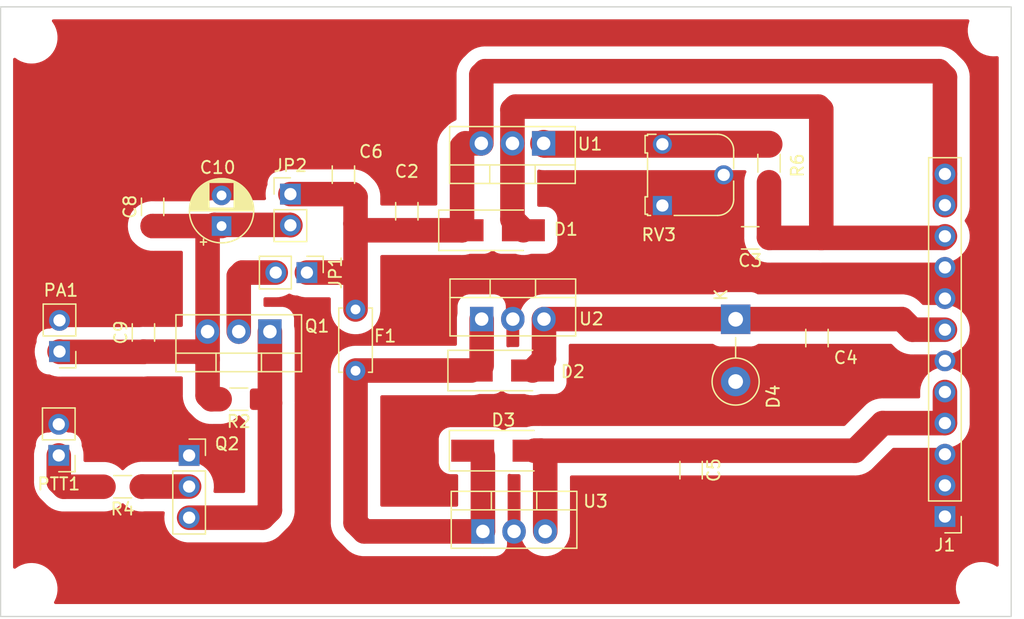
<source format=kicad_pcb>
(kicad_pcb (version 20211014) (generator pcbnew)
  (layers (0 "F.Cu" signal) (31 "B.Cu" signal) (35 "F.Paste" user) (37 "F.SilkS" user "F.Silkscreen") (38 "B.Mask" user) (39 "F.Mask" user) (44 "Edge.Cuts" user))
  (net 0 "")
  (net 1 "GND")
  (net 2 "+VDC")
  (net 3 "Net-(C4-Pad1)")
  (net 4 "Net-(C5-Pad1)")
  (net 5 "Net-(C3-Pad1)")
  (net 6 "Net-(R6-Pad2)")
  (net 7 "Net-(C2-Pad1)")
  (net 8 "Net-(JP1-Pad2)")
  (net 9 "Net-(PTT1-Pad1)")
  (net 10 "Net-(Q1-Pad1)")
  (net 11 "Net-(Q2-Pad2)")
  (net 12 "Net-(D2-Pad1)")
  (footprint "Package_TO_SOT_THT:TO-220-3_Vertical" (layer "F.Cu") (at 71.76 64.015)
    (fp_text reference "U2" (at 8.94 -0.015) (layer "F.SilkS"))
    (fp_text value "LM7805_TO220" hide)
    (fp_line (start 4.391 -3.27) (end 4.391 -1.76) (layer "F.SilkS") (width 0.12))
    (fp_line (start -2.58 1.371) (end 7.66 1.371) (layer "F.SilkS") (width 0.12))
    (fp_line (start 0.69 -3.27) (end 0.69 -1.76) (layer "F.SilkS") (width 0.12))
    (fp_line (start -2.58 -3.27) (end 7.66 -3.27) (layer "F.SilkS") (width 0.12))
    (fp_line (start -2.58 -1.76) (end 7.66 -1.76) (layer "F.SilkS") (width 0.12))
    (fp_line (start 7.66 -3.27) (end 7.66 1.371) (layer "F.SilkS") (width 0.12))
    (fp_line (start -2.58 -3.27) (end -2.58 1.371) (layer "F.SilkS") (width 0.12))
    (pad "1" thru_hole rect (at 0 0) (size 1.905 2) (drill 1.1) (layers *.Cu *.Mask) (net 12 "Net-(D2-Pad1)"))
    (pad "2" thru_hole oval (at 2.54 0) (size 1.905 2) (drill 1.1) (layers *.Cu *.Mask) (net 1 "GND"))
    (pad "3" thru_hole oval (at 5.08 0) (size 1.905 2) (drill 1.1) (layers *.Cu *.Mask) (net 3 "Net-(C4-Pad1)"))
  )
  (footprint "Capacitor_SMD:C_1206_3216Metric_Pad1.33x1.80mm_HandSolder" (layer "F.Cu") (at 93.6475 57.39 180)
    (fp_text reference "C3" (at 0 -1.85) (layer "F.SilkS"))
    (fp_text value "100nF" hide)
    (fp_line (start -0.711252 -0.91) (end 0.711252 -0.91) (layer "F.SilkS") (width 0.12))
    (fp_line (start -0.711252 0.91) (end 0.711252 0.91) (layer "F.SilkS") (width 0.12))
    (pad "1" smd roundrect (at -1.5625 0 180) (size 1.325 1.8) (layers "F.Cu" "F.Paste" "F.Mask") (roundrect_rratio 0.188679) (net 5 "Net-(C3-Pad1)"))
    (pad "2" smd roundrect (at 1.5625 0 180) (size 1.325 1.8) (layers "F.Cu" "F.Paste" "F.Mask") (roundrect_rratio 0.188679) (net 1 "GND"))
  )
  (footprint "Capacitor_THT:CP_Radial_D5.0mm_P2.50mm" (layer "F.Cu") (at 50.56 56.425112 90)
    (fp_text reference "C10" (at 4.775112 -0.32 180) (layer "F.SilkS"))
    (fp_text value "22uF 25v" hide)
    (fp_line (start 2.891 -2.004) (end 2.891 -1.04) (layer "F.SilkS") (width 0.12))
    (fp_line (start 3.331 -1.554) (end 3.331 -1.04) (layer "F.SilkS") (width 0.12))
    (fp_line (start 3.331 1.04) (end 3.331 1.554) (layer "F.SilkS") (width 0.12))
    (fp_line (start 3.171 1.04) (end 3.171 1.743) (layer "F.SilkS") (width 0.12))
    (fp_line (start 3.131 -1.785) (end 3.131 -1.04) (layer "F.SilkS") (width 0.12))
    (fp_line (start 2.531 1.04) (end 2.531 2.247) (layer "F.SilkS") (width 0.12))
    (fp_line (start 3.051 -1.864) (end 3.051 -1.04) (layer "F.SilkS") (width 0.12))
    (fp_line (start 2.851 -2.035) (end 2.851 -1.04) (layer "F.SilkS") (width 0.12))
    (fp_line (start 2.011 1.04) (end 2.011 2.468) (layer "F.SilkS") (width 0.12))
    (fp_line (start 1.81 1.04) (end 1.81 2.52) (layer "F.SilkS") (width 0.12))
    (fp_line (start -1.304775 -1.725) (end -1.304775 -1.225) (layer "F.SilkS") (width 0.12))
    (fp_line (start 2.331 1.04) (end 2.331 2.348) (layer "F.SilkS") (width 0.12))
    (fp_line (start 2.131 1.04) (end 2.131 2.428) (layer "F.SilkS") (width 0.12))
    (fp_line (start 2.571 1.04) (end 2.571 2.224) (layer "F.SilkS") (width 0.12))
    (fp_line (start 2.811 1.04) (end 2.811 2.065) (layer "F.SilkS") (width 0.12))
    (fp_line (start 1.25 -2.58) (end 1.25 2.58) (layer "F.SilkS") (width 0.12))
    (fp_line (start 2.731 1.04) (end 2.731 2.122) (layer "F.SilkS") (width 0.12))
    (fp_line (start 1.57 1.04) (end 1.57 2.561) (layer "F.SilkS") (width 0.12))
    (fp_line (start 2.731 -2.122) (end 2.731 -1.04) (layer "F.SilkS") (width 0.12))
    (fp_line (start 1.93 -2.491) (end 1.93 -1.04) (layer "F.SilkS") (width 0.12))
    (fp_line (start 3.251 1.04) (end 3.251 1.653) (layer "F.SilkS") (width 0.12))
    (fp_line (start 3.651 -1.011) (end 3.651 1.011) (layer "F.SilkS") (width 0.12))
    (fp_line (start 1.89 -2.501) (end 1.89 -1.04) (layer "F.SilkS") (width 0.12))
    (fp_line (start 2.011 -2.468) (end 2.011 -1.04) (layer "F.SilkS") (width 0.12))
    (fp_line (start 2.891 1.04) (end 2.891 2.004) (layer "F.SilkS") (width 0.12))
    (fp_line (start 1.971 -2.48) (end 1.971 -1.04) (layer "F.SilkS") (width 0.12))
    (fp_line (start 2.411 1.04) (end 2.411 2.31) (layer "F.SilkS") (width 0.12))
    (fp_line (start 3.451 -1.383) (end 3.451 -1.04) (layer "F.SilkS") (width 0.12))
    (fp_line (start 2.171 -2.414) (end 2.171 -1.04) (layer "F.SilkS") (width 0.12))
    (fp_line (start 3.851 -0.284) (end 3.851 0.284) (layer "F.SilkS") (width 0.12))
    (fp_line (start 2.211 -2.398) (end 2.211 -1.04) (layer "F.SilkS") (width 0.12))
    (fp_line (start 3.291 -1.605) (end 3.291 -1.04) (layer "F.SilkS") (width 0.12))
    (fp_line (start 2.851 1.04) (end 2.851 2.035) (layer "F.SilkS") (width 0.12))
    (fp_line (start 1.49 1.04) (end 1.49 2.569) (layer "F.SilkS") (width 0.12))
    (fp_line (start 2.611 -2.2) (end 2.611 -1.04) (layer "F.SilkS") (width 0.12))
    (fp_line (start 2.371 -2.329) (end 2.371 -1.04) (layer "F.SilkS") (width 0.12))
    (fp_line (start 3.771 -0.677) (end 3.771 0.677) (layer "F.SilkS") (width 0.12))
    (fp_line (start 1.53 -2.565) (end 1.53 -1.04) (layer "F.SilkS") (width 0.12))
    (fp_line (start 1.57 -2.561) (end 1.57 -1.04) (layer "F.SilkS") (width 0.12))
    (fp_line (start 3.371 -1.5) (end 3.371 -1.04) (layer "F.SilkS") (width 0.12))
    (fp_line (start 2.771 -2.095) (end 2.771 -1.04) (layer "F.SilkS") (width 0.12))
    (fp_line (start 2.611 1.04) (end 2.611 2.2) (layer "F.SilkS") (width 0.12))
    (fp_line (start 2.331 -2.348) (end 2.331 -1.04) (layer "F.SilkS") (width 0.12))
    (fp_line (start 2.651 -2.175) (end 2.651 -1.04) (layer "F.SilkS") (width 0.12))
    (fp_line (start 3.091 -1.826) (end 3.091 -1.04) (layer "F.SilkS") (width 0.12))
    (fp_line (start 2.491 1.04) (end 2.491 2.268) (layer "F.SilkS") (width 0.12))
    (fp_line (start 2.771 1.04) (end 2.771 2.095) (layer "F.SilkS") (width 0.12))
    (fp_line (start 3.091 1.04) (end 3.091 1.826) (layer "F.SilkS") (width 0.12))
    (fp_line (start 3.251 -1.653) (end 3.251 -1.04) (layer "F.SilkS") (width 0.12))
    (fp_line (start 3.451 1.04) (end 3.451 1.383) (layer "F.SilkS") (width 0.12))
    (fp_line (start 3.051 1.04) (end 3.051 1.864) (layer "F.SilkS") (width 0.12))
    (fp_line (start 2.691 -2.149) (end 2.691 -1.04) (layer "F.SilkS") (width 0.12))
    (fp_line (start 3.371 1.04) (end 3.371 1.5) (layer "F.SilkS") (width 0.12))
    (fp_line (start 2.091 1.04) (end 2.091 2.442) (layer "F.SilkS") (width 0.12))
    (fp_line (start 2.811 -2.065) (end 2.811 -1.04) (layer "F.SilkS") (width 0.12))
    (fp_line (start 2.931 1.04) (end 2.931 1.971) (layer "F.SilkS") (width 0.12))
    (fp_line (start 2.051 1.04) (end 2.051 2.455) (layer "F.SilkS") (width 0.12))
    (fp_line (start 1.53 1.04) (end 1.53 2.565) (layer "F.SilkS") (width 0.12))
    (fp_line (start 3.811 -0.518) (end 3.811 0.518) (layer "F.SilkS") (width 0.12))
    (fp_line (start 3.531 1.04) (end 3.531 1.251) (layer "F.SilkS") (width 0.12))
    (fp_line (start 1.69 -2.543) (end 1.69 -1.04) (layer "F.SilkS") (width 0.12))
    (fp_line (start 2.931 -1.971) (end 2.931 -1.04) (layer "F.SilkS") (width 0.12))
    (fp_line (start 1.41 -2.576) (end 1.41 2.576) (layer "F.SilkS") (width 0.12))
    (fp_line (start 1.29 -2.58) (end 1.29 2.58) (layer "F.SilkS") (width 0.12))
    (fp_line (start 1.77 1.04) (end 1.77 2.528) (layer "F.SilkS") (width 0.12))
    (fp_line (start 3.731 -0.805) (end 3.731 0.805) (layer "F.SilkS") (width 0.12))
    (fp_line (start 1.69 1.04) (end 1.69 2.543) (layer "F.SilkS") (width 0.12))
    (fp_line (start 2.651 1.04) (end 2.651 2.175) (layer "F.SilkS") (width 0.12))
    (fp_line (start 1.49 -2.569) (end 1.49 -1.04) (layer "F.SilkS") (width 0.12))
    (fp_line (start 1.45 -2.573) (end 1.45 2.573) (layer "F.SilkS") (width 0.12))
    (fp_line (start 3.291 1.04) (end 3.291 1.605) (layer "F.SilkS") (width 0.12))
    (fp_line (start 1.85 -2.511) (end 1.85 -1.04) (layer "F.SilkS") (width 0.12))
    (fp_line (start 2.251 1.04) (end 2.251 2.382) (layer "F.SilkS") (width 0.12))
    (fp_line (start 2.411 -2.31) (end 2.411 -1.04) (layer "F.SilkS") (width 0.12))
    (fp_line (start 3.491 -1.319) (end 3.491 -1.04) (layer "F.SilkS") (width 0.12))
    (fp_line (start 1.61 -2.556) (end 1.61 -1.04) (layer "F.SilkS") (width 0.12))
    (fp_line (start 2.971 -1.937) (end 2.971 -1.04) (layer "F.SilkS") (width 0.12))
    (fp_line (start 1.85 1.04) (end 1.85 2.511) (layer "F.SilkS") (width 0.12))
    (fp_line (start 1.77 -2.528) (end 1.77 -1.04) (layer "F.SilkS") (width 0.12))
    (fp_line (start 2.451 1.04) (end 2.451 2.29) (layer "F.SilkS") (width 0.12))
    (fp_line (start 2.131 -2.428) (end 2.131 -1.04) (layer "F.SilkS") (width 0.12))
    (fp_line (start 2.171 1.04) (end 2.171 2.414) (layer "F.SilkS") (width 0.12))
    (fp_line (start 3.571 -1.178) (end 3.571 1.178) (layer "F.SilkS") (width 0.12))
    (fp_line (start 1.73 -2.536) (end 1.73 -1.04) (layer "F.SilkS") (width 0.12))
    (fp_line (start 2.691 1.04) (end 2.691 2.149) (layer "F.SilkS") (width 0.12))
    (fp_line (start 1.89 1.04) (end 1.89 2.501) (layer "F.SilkS") (width 0.12))
    (fp_line (start 2.051 -2.455) (end 2.051 -1.04) (layer "F.SilkS") (width 0.12))
    (fp_line (start 2.971 1.04) (end 2.971 1.937) (layer "F.SilkS") (width 0.12))
    (fp_line (start 1.971 1.04) (end 1.971 2.48) (layer "F.SilkS") (width 0.12))
    (fp_line (start 3.211 1.04) (end 3.211 1.699) (layer "F.SilkS") (width 0.12))
    (fp_line (start 2.251 -2.382) (end 2.251 -1.04) (layer "F.SilkS") (width 0.12))
    (fp_line (start 2.091 -2.442) (end 2.091 -1.04) (layer "F.SilkS") (width 0.12))
    (fp_line (start 1.65 -2.55) (end 1.65 -1.04) (layer "F.SilkS") (width 0.12))
    (fp_line (start 1.73 1.04) (end 1.73 2.536) (layer "F.SilkS") (width 0.12))
    (fp_line (start 3.411 1.04) (end 3.411 1.443) (layer "F.SilkS") (width 0.12))
    (fp_line (start 2.491 -2.268) (end 2.491 -1.04) (layer "F.SilkS") (width 0.12))
    (fp_line (start 2.291 1.04) (end 2.291 2.365) (layer "F.SilkS") (width 0.12))
    (fp_line (start 2.451 -2.29) (end 2.451 -1.04) (layer "F.SilkS") (width 0.12))
    (fp_line (start 3.611 -1.098) (end 3.611 1.098) (layer "F.SilkS") (width 0.12))
    (fp_line (start 3.491 1.04) (end 3.491 1.319) (layer "F.SilkS") (width 0.12))
    (fp_line (start 1.65 1.04) (end 1.65 2.55) (layer "F.SilkS") (width 0.12))
    (fp_line (start 3.411 -1.443) (end 3.411 -1.04) (layer "F.SilkS") (width 0.12))
    (fp_line (start 2.371 1.04) (end 2.371 2.329) (layer "F.SilkS") (width 0.12))
    (fp_line (start 1.93 1.04) (end 1.93 2.491) (layer "F.SilkS") (width 0.12))
    (fp_line (start 3.171 -1.743) (end 3.171 -1.04) (layer "F.SilkS") (width 0.12))
    (fp_line (start 3.011 -1.901) (end 3.011 -1.04) (layer "F.SilkS") (width 0.12))
    (fp_line (start 3.211 -1.699) (end 3.211 -1.04) (layer "F.SilkS") (width 0.12))
    (fp_line (start 2.571 -2.224) (end 2.571 -1.04) (layer "F.SilkS") (width 0.12))
    (fp_line (start 1.33 -2.579) (end 1.33 2.579) (layer "F.SilkS") (width 0.12))
    (fp_line (start 1.37 -2.578) (end 1.37 2.578) (layer "F.SilkS") (width 0.12))
    (fp_line (start 3.011 1.04) (end 3.011 1.901) (layer "F.SilkS") (width 0.12))
    (fp_line (start 3.531 -1.251) (end 3.531 -1.04) (layer "F.SilkS") (width 0.12))
    (fp_line (start 3.131 1.04) (end 3.131 1.785) (layer "F.SilkS") (width 0.12))
    (fp_line (start 1.61 1.04) (end 1.61 2.556) (layer "F.SilkS") (width 0.12))
    (fp_line (start 2.531 -2.247) (end 2.531 -1.04) (layer "F.SilkS") (width 0.12))
    (fp_line (start 3.691 -0.915) (end 3.691 0.915) (layer "F.SilkS") (width 0.12))
    (fp_line (start -1.554775 -1.475) (end -1.054775 -1.475) (layer "F.SilkS") (width 0.12))
    (fp_line (start 2.291 -2.365) (end 2.291 -1.04) (layer "F.SilkS") (width 0.12))
    (fp_line (start 2.211 1.04) (end 2.211 2.398) (layer "F.SilkS") (width 0.12))
    (fp_line (start 1.81 -2.52) (end 1.81 -1.04) (layer "F.SilkS") (width 0.12))
    (fp_circle (center 1.25 0) (end 3.87 0) (layer "F.SilkS") (width 0.12) (fill none))
    (pad "1" thru_hole rect (at 0 0 90) (size 1.6 1.6) (drill 0.8) (layers *.Cu *.Mask) (net 2 "+VDC"))
    (pad "2" thru_hole circle (at 2.5 0 90) (size 1.6 1.6) (drill 0.8) (layers *.Cu *.Mask) (net 1 "GND"))
  )
  (footprint "Capacitor_SMD:C_1206_3216Metric_Pad1.33x1.80mm_HandSolder" (layer "F.Cu") (at 88.83 76.3375 -90)
    (fp_text reference "C5" (at 0 -1.85 -90) (layer "F.SilkS"))
    (fp_text value "0.1u" hide)
    (fp_line (start -0.711252 0.91) (end 0.711252 0.91) (layer "F.SilkS") (width 0.12))
    (fp_line (start -0.711252 -0.91) (end 0.711252 -0.91) (layer "F.SilkS") (width 0.12))
    (pad "1" smd roundrect (at -1.5625 0 270) (size 1.325 1.8) (layers "F.Cu" "F.Paste" "F.Mask") (roundrect_rratio 0.188679) (net 4 "Net-(C5-Pad1)"))
    (pad "2" smd roundrect (at 1.5625 0 270) (size 1.325 1.8) (layers "F.Cu" "F.Paste" "F.Mask") (roundrect_rratio 0.188679) (net 1 "GND"))
  )
  (footprint "MountingHole:MountingHole_2.2mm_M2" (layer "F.Cu") (at 35.07 86.03)
    (fp_text reference "H3" hide)
    (fp_text value "MountingHole" hide)
    (pad "" np_thru_hole circle (at 0 0) (size 2.2 2.2) (drill 2.2) (layers *.Cu *.Mask))
  )
  (footprint "Capacitor_SMD:C_1206_3216Metric_Pad1.33x1.80mm_HandSolder" (layer "F.Cu") (at 99.09 65.56 -90)
    (fp_text reference "C4" (at 1.6075 -2.35) (layer "F.SilkS"))
    (fp_text value "0.1u" hide)
    (fp_line (start -0.711252 0.91) (end 0.711252 0.91) (layer "F.SilkS") (width 0.12))
    (fp_line (start -0.711252 -0.91) (end 0.711252 -0.91) (layer "F.SilkS") (width 0.12))
    (pad "1" smd roundrect (at -1.5625 0 270) (size 1.325 1.8) (layers "F.Cu" "F.Paste" "F.Mask") (roundrect_rratio 0.188679) (net 3 "Net-(C4-Pad1)"))
    (pad "2" smd roundrect (at 1.5625 0 270) (size 1.325 1.8) (layers "F.Cu" "F.Paste" "F.Mask") (roundrect_rratio 0.188679) (net 1 "GND"))
  )
  (footprint "Diode_SMD:D_SMA_Handsoldering" (layer "F.Cu") (at 72.66 56.77)
    (fp_text reference "D1" (at 5.96 -0.08) (layer "F.SilkS"))
    (fp_text value "1N4007" hide)
    (fp_line (start -4.4 1.65) (end 2.5 1.65) (layer "F.SilkS") (width 0.12))
    (fp_line (start -4.4 -1.65) (end -4.4 1.65) (layer "F.SilkS") (width 0.12))
    (fp_line (start -4.4 -1.65) (end 2.5 -1.65) (layer "F.SilkS") (width 0.12))
    (pad "1" smd rect (at -2.5 0) (size 3.5 1.8) (layers "F.Cu" "F.Paste" "F.Mask") (net 7 "Net-(C2-Pad1)"))
    (pad "2" smd rect (at 2.5 0) (size 3.5 1.8) (layers "F.Cu" "F.Paste" "F.Mask") (net 5 "Net-(C3-Pad1)"))
  )
  (footprint "Package_TO_SOT_THT:TO-220-3_Vertical" (layer "F.Cu") (at 71.86 81.335)
    (fp_text reference "U3" (at 9.18 -2.455) (layer "F.SilkS"))
    (fp_text value "LM7806_TO220" hide)
    (fp_line (start -2.58 1.371) (end 7.66 1.371) (layer "F.SilkS") (width 0.12))
    (fp_line (start -2.58 -1.76) (end 7.66 -1.76) (layer "F.SilkS") (width 0.12))
    (fp_line (start 4.391 -3.27) (end 4.391 -1.76) (layer "F.SilkS") (width 0.12))
    (fp_line (start -2.58 -3.27) (end 7.66 -3.27) (layer "F.SilkS") (width 0.12))
    (fp_line (start 0.69 -3.27) (end 0.69 -1.76) (layer "F.SilkS") (width 0.12))
    (fp_line (start -2.58 -3.27) (end -2.58 1.371) (layer "F.SilkS") (width 0.12))
    (fp_line (start 7.66 -3.27) (end 7.66 1.371) (layer "F.SilkS") (width 0.12))
    (pad "1" thru_hole rect (at 0 0) (size 1.905 2) (drill 1.1) (layers *.Cu *.Mask) (net 12 "Net-(D2-Pad1)"))
    (pad "2" thru_hole oval (at 2.54 0) (size 1.905 2) (drill 1.1) (layers *.Cu *.Mask) (net 1 "GND"))
    (pad "3" thru_hole oval (at 5.08 0) (size 1.905 2) (drill 1.1) (layers *.Cu *.Mask) (net 4 "Net-(C5-Pad1)"))
  )
  (footprint "Capacitor_SMD:C_1206_3216Metric_Pad1.33x1.80mm_HandSolder" (layer "F.Cu") (at 65.66 55.22 90)
    (fp_text reference "C2" (at 3.25 0) (layer "F.SilkS"))
    (fp_text value "100nF" hide)
    (fp_line (start -0.711252 0.91) (end 0.711252 0.91) (layer "F.SilkS") (width 0.12))
    (fp_line (start -0.711252 -0.91) (end 0.711252 -0.91) (layer "F.SilkS") (width 0.12))
    (pad "1" smd roundrect (at -1.5625 0 90) (size 1.325 1.8) (layers "F.Cu" "F.Paste" "F.Mask") (roundrect_rratio 0.188679) (net 7 "Net-(C2-Pad1)"))
    (pad "2" smd roundrect (at 1.5625 0 90) (size 1.325 1.8) (layers "F.Cu" "F.Paste" "F.Mask") (roundrect_rratio 0.188679) (net 1 "GND"))
  )
  (footprint "Capacitor_SMD:C_1206_3216Metric_Pad1.33x1.80mm_HandSolder" (layer "F.Cu") (at 44.19 65.1075 90)
    (fp_text reference "C9" (at 0 -1.85 90) (layer "F.SilkS"))
    (fp_text value "100nF" hide)
    (fp_line (start -0.711252 0.91) (end 0.711252 0.91) (layer "F.SilkS") (width 0.12))
    (fp_line (start -0.711252 -0.91) (end 0.711252 -0.91) (layer "F.SilkS") (width 0.12))
    (pad "1" smd roundrect (at -1.5625 0 90) (size 1.325 1.8) (layers "F.Cu" "F.Paste" "F.Mask") (roundrect_rratio 0.188679) (net 2 "+VDC"))
    (pad "2" smd roundrect (at 1.5625 0 90) (size 1.325 1.8) (layers "F.Cu" "F.Paste" "F.Mask") (roundrect_rratio 0.188679) (net 1 "GND"))
  )
  (footprint "Diode_THT:D_DO-15_P5.08mm_Vertical_KathodeUp" (layer "F.Cu") (at 92.46 64.03 -90)
    (fp_text reference "D4" (at 6.31 -3.07 -90) (layer "F.SilkS"))
    (fp_text value "5.6W 5.6v" hide)
    (fp_text user "K" (at -1.99 1.19 -90) (layer "F.SilkS"))
    (fp_line (start 3.16 0) (end 1.5 0) (layer "F.SilkS") (width 0.12))
    (fp_circle (center 5.08 0) (end 7 0) (layer "F.SilkS") (width 0.12) (fill none))
    (pad "1" thru_hole rect (at 0 0 270) (size 2.4 2.4) (drill 1.2) (layers *.Cu *.Mask) (net 3 "Net-(C4-Pad1)"))
    (pad "2" thru_hole oval (at 5.08 0 270) (size 2.4 2.4) (drill 1.2) (layers *.Cu *.Mask) (net 1 "GND"))
  )
  (footprint "Resistor_SMD:R_1206_3216Metric_Pad1.30x1.75mm_HandSolder" (layer "F.Cu") (at 51.965 70.55 180)
    (fp_text reference "R2" (at 0 -1.82 180) (layer "F.SilkS"))
    (fp_text value "4.7k" hide)
    (fp_line (start -0.727064 0.91) (end 0.727064 0.91) (layer "F.SilkS") (width 0.12))
    (fp_line (start -0.727064 -0.91) (end 0.727064 -0.91) (layer "F.SilkS") (width 0.12))
    (pad "1" smd roundrect (at -1.55 0 180) (size 1.3 1.75) (layers "F.Cu" "F.Paste" "F.Mask") (roundrect_rratio 0.192308) (net 10 "Net-(Q1-Pad1)"))
    (pad "2" smd roundrect (at 1.55 0 180) (size 1.3 1.75) (layers "F.Cu" "F.Paste" "F.Mask") (roundrect_rratio 0.192308) (net 2 "+VDC"))
  )
  (footprint "Connector_PinSocket_2.54mm:PinSocket_1x03_P2.54mm_Vertical" (layer "F.Cu") (at 47.915 75.135)
    (fp_text reference "Q2" (at 3.095 -0.945) (layer "F.SilkS"))
    (fp_text value "2N3904" hide)
    (fp_line (start 1.33 1.27) (end 1.33 6.41) (layer "F.SilkS") (width 0.12))
    (fp_line (start -1.33 6.41) (end 1.33 6.41) (layer "F.SilkS") (width 0.12))
    (fp_line (start -1.33 1.27) (end -1.33 6.41) (layer "F.SilkS") (width 0.12))
    (fp_line (start -1.33 1.27) (end 1.33 1.27) (layer "F.SilkS") (width 0.12))
    (fp_line (start 0 -1.33) (end 1.33 -1.33) (layer "F.SilkS") (width 0.12))
    (fp_line (start 1.33 -1.33) (end 1.33 0) (layer "F.SilkS") (width 0.12))
    (pad "1" thru_hole rect (at 0 0) (size 1.7 1.7) (drill 1) (layers *.Cu *.Mask) (net 1 "GND"))
    (pad "2" thru_hole oval (at 0 2.54) (size 1.7 1.7) (drill 1) (layers *.Cu *.Mask) (net 11 "Net-(Q2-Pad2)"))
    (pad "3" thru_hole oval (at 0 5.08) (size 1.7 1.7) (drill 1) (layers *.Cu *.Mask) (net 10 "Net-(Q1-Pad1)"))
  )
  (footprint "Diode_SMD:D_SMA_Handsoldering" (layer "F.Cu") (at 73.41 68.21)
    (fp_text reference "D2" (at 5.78 0.09) (layer "F.SilkS"))
    (fp_text value "1N4007" hide)
    (fp_line (start -4.4 -1.65) (end 2.5 -1.65) (layer "F.SilkS") (width 0.12))
    (fp_line (start -4.4 -1.65) (end -4.4 1.65) (layer "F.SilkS") (width 0.12))
    (fp_line (start -4.4 1.65) (end 2.5 1.65) (layer "F.SilkS") (width 0.12))
    (pad "1" smd rect (at -2.5 0) (size 3.5 1.8) (layers "F.Cu" "F.Paste" "F.Mask") (net 12 "Net-(D2-Pad1)"))
    (pad "2" smd rect (at 2.5 0) (size 3.5 1.8) (layers "F.Cu" "F.Paste" "F.Mask") (net 3 "Net-(C4-Pad1)"))
  )
  (footprint "Connector_PinHeader_2.54mm:PinHeader_1x02_P2.54mm_Vertical" (layer "F.Cu") (at 37.35 66.66 180)
    (fp_text reference "PA1" (at -0.11 4.995 180) (layer "F.SilkS"))
    (fp_text value "VDC" hide)
    (fp_line (start -1.33 -1.33) (end 0 -1.33) (layer "F.SilkS") (width 0.12))
    (fp_line (start -1.33 0) (end -1.33 -1.33) (layer "F.SilkS") (width 0.12))
    (fp_line (start -1.33 1.27) (end -1.33 3.87) (layer "F.SilkS") (width 0.12))
    (fp_line (start 1.33 1.27) (end 1.33 3.87) (layer "F.SilkS") (width 0.12))
    (fp_line (start -1.33 1.27) (end 1.33 1.27) (layer "F.SilkS") (width 0.12))
    (fp_line (start -1.33 3.87) (end 1.33 3.87) (layer "F.SilkS") (width 0.12))
    (pad "1" thru_hole rect (at 0 0 180) (size 1.7 1.7) (drill 1) (layers *.Cu *.Mask) (net 2 "+VDC"))
    (pad "2" thru_hole oval (at 0 2.54 180) (size 1.7 1.7) (drill 1) (layers *.Cu *.Mask) (net 1 "GND"))
  )
  (footprint "Resistor_SMD:R_1206_3216Metric_Pad1.30x1.75mm_HandSolder" (layer "F.Cu") (at 42.4975 77.69 180)
    (fp_text reference "R4" (at 0 -1.82 180) (layer "F.SilkS"))
    (fp_text value "4.7k" hide)
    (fp_line (start -0.727064 0.91) (end 0.727064 0.91) (layer "F.SilkS") (width 0.12))
    (fp_line (start -0.727064 -0.91) (end 0.727064 -0.91) (layer "F.SilkS") (width 0.12))
    (pad "1" smd roundrect (at -1.55 0 180) (size 1.3 1.75) (layers "F.Cu" "F.Paste" "F.Mask") (roundrect_rratio 0.192308) (net 11 "Net-(Q2-Pad2)"))
    (pad "2" smd roundrect (at 1.55 0 180) (size 1.3 1.75) (layers "F.Cu" "F.Paste" "F.Mask") (roundrect_rratio 0.192308) (net 9 "Net-(PTT1-Pad1)"))
  )
  (footprint "Capacitor_SMD:C_1206_3216Metric_Pad1.33x1.80mm_HandSolder" (layer "F.Cu") (at 60.49 52.23 90)
    (fp_text reference "C6" (at 1.88 2.25 180) (layer "F.SilkS"))
    (fp_text value "1nF" hide)
    (fp_line (start -0.711252 0.91) (end 0.711252 0.91) (layer "F.SilkS") (width 0.12))
    (fp_line (start -0.711252 -0.91) (end 0.711252 -0.91) (layer "F.SilkS") (width 0.12))
    (pad "1" smd roundrect (at -1.5625 0 90) (size 1.325 1.8) (layers "F.Cu" "F.Paste" "F.Mask") (roundrect_rratio 0.188679) (net 7 "Net-(C2-Pad1)"))
    (pad "2" smd roundrect (at 1.5625 0 90) (size 1.325 1.8) (layers "F.Cu" "F.Paste" "F.Mask") (roundrect_rratio 0.188679) (net 1 "GND"))
  )
  (footprint "Connector_PinHeader_2.54mm:PinHeader_1x12_P2.54mm_Vertical" (layer "F.Cu") (at 109.52 80.12 180)
    (fp_text reference "J1" (at 0 -2.33) (layer "F.SilkS"))
    (fp_text value "10 PH" hide)
    (fp_line (start -1.33 1.27) (end 1.33 1.27) (layer "F.SilkS") (width 0.12))
    (fp_line (start -1.33 0) (end -1.33 -1.33) (layer "F.SilkS") (width 0.12))
    (fp_line (start -1.33 29.27) (end 1.33 29.27) (layer "F.SilkS") (width 0.12))
    (fp_line (start -1.33 -1.33) (end 0 -1.33) (layer "F.SilkS") (width 0.12))
    (fp_line (start 1.33 1.27) (end 1.33 29.27) (layer "F.SilkS") (width 0.12))
    (fp_line (start -1.33 1.27) (end -1.33 29.27) (layer "F.SilkS") (width 0.12))
    (pad "1" thru_hole rect (at 0 0 180) (size 1.7 1.7) (drill 1) (layers *.Cu *.Mask) (net 1 "GND"))
    (pad "2" thru_hole oval (at 0 2.54 180) (size 1.7 1.7) (drill 1) (layers *.Cu *.Mask) (net 1 "GND"))
    (pad "3" thru_hole oval (at 0 5.08 180) (size 1.7 1.7) (drill 1) (layers *.Cu *.Mask) (net 1 "GND"))
    (pad "4" thru_hole oval (at 0 7.62 180) (size 1.7 1.7) (drill 1) (layers *.Cu *.Mask) (net 4 "Net-(C5-Pad1)"))
    (pad "5" thru_hole oval (at 0 10.16 180) (size 1.7 1.7) (drill 1) (layers *.Cu *.Mask) (net 4 "Net-(C5-Pad1)"))
    (pad "6" thru_hole oval (at 0 12.7 180) (size 1.7 1.7) (drill 1) (layers *.Cu *.Mask) (net 1 "GND"))
    (pad "7" thru_hole oval (at 0 15.24 180) (size 1.7 1.7) (drill 1) (layers *.Cu *.Mask) (net 3 "Net-(C4-Pad1)"))
    (pad "8" thru_hole oval (at 0 17.78 180) (size 1.7 1.7) (drill 1) (layers *.Cu *.Mask) (net 1 "GND"))
    (pad "9" thru_hole oval (at 0 20.32 180) (size 1.7 1.7) (drill 1) (layers *.Cu *.Mask) (net 1 "GND"))
    (pad "10" thru_hole oval (at 0 22.86 180) (size 1.7 1.7) (drill 1) (layers *.Cu *.Mask) (net 5 "Net-(C3-Pad1)"))
    (pad "11" thru_hole oval (at 0 25.4 180) (size 1.7 1.7) (drill 1) (layers *.Cu *.Mask) (net 7 "Net-(C2-Pad1)"))
    (pad "12" thru_hole oval (at 0 27.94 180) (size 1.7 1.7) (drill 1) (layers *.Cu *.Mask) (net 7 "Net-(C2-Pad1)"))
  )
  (footprint "Capacitor_SMD:C_1206_3216Metric_Pad1.33x1.80mm_HandSolder" (layer "F.Cu") (at 44.94 54.8575 90)
    (fp_text reference "C8" (at 0 -1.85 90) (layer "F.SilkS"))
    (fp_text value "100nF" hide)
    (fp_line (start -0.711252 0.91) (end 0.711252 0.91) (layer "F.SilkS") (width 0.12))
    (fp_line (start -0.711252 -0.91) (end 0.711252 -0.91) (layer "F.SilkS") (width 0.12))
    (pad "1" smd roundrect (at -1.5625 0 90) (size 1.325 1.8) (layers "F.Cu" "F.Paste" "F.Mask") (roundrect_rratio 0.188679) (net 2 "+VDC"))
    (pad "2" smd roundrect (at 1.5625 0 90) (size 1.325 1.8) (layers "F.Cu" "F.Paste" "F.Mask") (roundrect_rratio 0.188679) (net 1 "GND"))
  )
  (footprint "Diode_SMD:D_SMA_Handsoldering" (layer "F.Cu") (at 73.53 74.75)
    (fp_text reference "D3" (at 0 -2.5) (layer "F.SilkS"))
    (fp_text value "1N4007" hide)
    (fp_line (start -4.4 1.65) (end 2.5 1.65) (layer "F.SilkS") (width 0.12))
    (fp_line (start -4.4 -1.65) (end 2.5 -1.65) (layer "F.SilkS") (width 0.12))
    (fp_line (start -4.4 -1.65) (end -4.4 1.65) (layer "F.SilkS") (width 0.12))
    (pad "1" smd rect (at -2.5 0) (size 3.5 1.8) (layers "F.Cu" "F.Paste" "F.Mask") (net 12 "Net-(D2-Pad1)"))
    (pad "2" smd rect (at 2.5 0) (size 3.5 1.8) (layers "F.Cu" "F.Paste" "F.Mask") (net 4 "Net-(C5-Pad1)"))
  )
  (footprint "Connector_PinHeader_2.54mm:PinHeader_1x02_P2.54mm_Vertical" (layer "F.Cu") (at 56.17 53.82)
    (fp_text reference "JP2" (at 0 -2.33) (layer "F.SilkS"))
    (fp_text value "Jumper_2_Open" hide)
    (fp_line (start -1.33 3.87) (end 1.33 3.87) (layer "F.SilkS") (width 0.12))
    (fp_line (start -1.33 0) (end -1.33 -1.33) (layer "F.SilkS") (width 0.12))
    (fp_line (start -1.33 1.27) (end -1.33 3.87) (layer "F.SilkS") (width 0.12))
    (fp_line (start -1.33 1.27) (end 1.33 1.27) (layer "F.SilkS") (width 0.12))
    (fp_line (start -1.33 -1.33) (end 0 -1.33) (layer "F.SilkS") (width 0.12))
    (fp_line (start 1.33 1.27) (end 1.33 3.87) (layer "F.SilkS") (width 0.12))
    (pad "1" thru_hole rect (at 0 0) (size 1.7 1.7) (drill 1) (layers *.Cu *.Mask) (net 7 "Net-(C2-Pad1)"))
    (pad "2" thru_hole oval (at 0 2.54) (size 1.7 1.7) (drill 1) (layers *.Cu *.Mask) (net 2 "+VDC"))
  )
  (footprint "Capacitor_THT:C_Disc_D5.0mm_W2.5mm_P5.00mm" (layer "F.Cu") (at 61.48 63.23 -90)
    (fp_text reference "F1" (at 2.17 -2.41 180) (layer "F.SilkS"))
    (fp_text value "50/100mA" hide)
    (fp_line (start -0.12 1.055) (end -0.12 1.37) (layer "F.SilkS") (width 0.12))
    (fp_line (start 5.12 -1.37) (end 5.12 -1.055) (layer "F.SilkS") (width 0.12))
    (fp_line (start -0.12 1.37) (end 5.12 1.37) (layer "F.SilkS") (width 0.12))
    (fp_line (start -0.12 -1.37) (end 5.12 -1.37) (layer "F.SilkS") (width 0.12))
    (fp_line (start 5.12 1.055) (end 5.12 1.37) (layer "F.SilkS") (width 0.12))
    (fp_line (start -0.12 -1.37) (end -0.12 -1.055) (layer "F.SilkS") (width 0.12))
    (pad "1" thru_hole circle (at 0 0 270) (size 1.6 1.6) (drill 0.8) (layers *.Cu *.Mask) (net 7 "Net-(C2-Pad1)"))
    (pad "2" thru_hole circle (at 5 0 270) (size 1.6 1.6) (drill 0.8) (layers *.Cu *.Mask) (net 12 "Net-(D2-Pad1)"))
  )
  (footprint "Connector_PinHeader_2.54mm:PinHeader_1x02_P2.54mm_Vertical" (layer "F.Cu") (at 37.29 75.135 180)
    (fp_text reference "PTT1" (at 0 -2.33) (layer "F.SilkS"))
    (fp_text value "PTT")
    (fp_line (start -1.33 1.27) (end -1.33 3.87) (layer "F.SilkS") (width 0.12))
    (fp_line (start 1.33 1.27) (end 1.33 3.87) (layer "F.SilkS") (width 0.12))
    (fp_line (start -1.33 3.87) (end 1.33 3.87) (layer "F.SilkS") (width 0.12))
    (fp_line (start -1.33 1.27) (end 1.33 1.27) (layer "F.SilkS") (width 0.12))
    (fp_line (start -1.33 -1.33) (end 0 -1.33) (layer "F.SilkS") (width 0.12))
    (fp_line (start -1.33 0) (end -1.33 -1.33) (layer "F.SilkS") (width 0.12))
    (pad "1" thru_hole rect (at 0 0 180) (size 1.7 1.7) (drill 1) (layers *.Cu *.Mask) (net 9 "Net-(PTT1-Pad1)"))
    (pad "2" thru_hole oval (at 0 2.54 180) (size 1.7 1.7) (drill 1) (layers *.Cu *.Mask) (net 1 "GND"))
  )
  (footprint "Package_TO_SOT_THT:TO-220-3_Vertical" (layer "F.Cu") (at 76.81 49.68 180)
    (fp_text reference "U1" (at -3.78 -0.06) (layer "F.SilkS"))
    (fp_text value "LM317_TO-220" hide)
    (fp_line (start 0.69 -3.27) (end 0.69 -1.76) (layer "F.SilkS") (width 0.12))
    (fp_line (start -2.58 -3.27) (end 7.66 -3.27) (layer "F.SilkS") (width 0.12))
    (fp_line (start -2.58 -1.76) (end 7.66 -1.76) (layer "F.SilkS") (width 0.12))
    (fp_line (start 7.66 -3.27) (end 7.66 1.371) (layer "F.SilkS") (width 0.12))
    (fp_line (start 4.391 -3.27) (end 4.391 -1.76) (layer "F.SilkS") (width 0.12))
    (fp_line (start -2.58 1.371) (end 7.66 1.371) (layer "F.SilkS") (width 0.12))
    (fp_line (start -2.58 -3.27) (end -2.58 1.371) (layer "F.SilkS") (width 0.12))
    (pad "1" thru_hole rect (at 0 0 180) (size 1.905 2) (drill 1.1) (layers *.Cu *.Mask) (net 6 "Net-(R6-Pad2)"))
    (pad "2" thru_hole oval (at 2.54 0 180) (size 1.905 2) (drill 1.1) (layers *.Cu *.Mask) (net 5 "Net-(C3-Pad1)"))
    (pad "3" thru_hole oval (at 5.08 0 180) (size 1.905 2) (drill 1.1) (layers *.Cu *.Mask) (net 7 "Net-(C2-Pad1)"))
  )
  (footprint "Package_TO_SOT_THT:TO-220-3_Vertical" (layer "F.Cu") (at 54.5 65.035 180)
    (fp_text reference "Q1" (at -3.84 0.445) (layer "F.SilkS"))
    (fp_text value "IRF9540N" hide)
    (fp_line (start -2.58 -3.27) (end -2.58 1.371) (layer "F.SilkS") (width 0.12))
    (fp_line (start 7.66 -3.27) (end 7.66 1.371) (layer "F.SilkS") (width 0.12))
    (fp_line (start -2.58 -3.27) (end 7.66 -3.27) (layer "F.SilkS") (width 0.12))
    (fp_line (start -2.58 1.371) (end 7.66 1.371) (layer "F.SilkS") (width 0.12))
    (fp_line (start -2.58 -1.76) (end 7.66 -1.76) (layer "F.SilkS") (width 0.12))
    (fp_line (start 0.69 -3.27) (end 0.69 -1.76) (layer "F.SilkS") (width 0.12))
    (fp_line (start 4.391 -3.27) (end 4.391 -1.76) (layer "F.SilkS") (width 0.12))
    (pad "1" thru_hole rect (at 0 0 180) (size 1.905 2) (drill 1.1) (layers *.Cu *.Mask) (net 10 "Net-(Q1-Pad1)"))
    (pad "2" thru_hole oval (at 2.54 0 180) (size 1.905 2) (drill 1.1) (layers *.Cu *.Mask) (net 8 "Net-(JP1-Pad2)"))
    (pad "3" thru_hole oval (at 5.08 0 180) (size 1.905 2) (drill 1.1) (layers *.Cu *.Mask) (net 2 "+VDC"))
  )
  (footprint "Connector_PinHeader_2.54mm:PinHeader_1x02_P2.54mm_Vertical" (layer "F.Cu") (at 57.515 60.22 -90)
    (fp_text reference "JP1" (at 0 -2.33 90) (layer "F.SilkS"))
    (fp_text value "Jumper_2_Open" hide)
    (fp_line (start -1.33 3.87) (end 1.33 3.87) (layer "F.SilkS") (width 0.12))
    (fp_line (start -1.33 1.27) (end 1.33 1.27) (layer "F.SilkS") (width 0.12))
    (fp_line (start -1.33 -1.33) (end 0 -1.33) (layer "F.SilkS") (width 0.12))
    (fp_line (start -1.33 1.27) (end -1.33 3.87) (layer "F.SilkS") (width 0.12))
    (fp_line (start 1.33 1.27) (end 1.33 3.87) (layer "F.SilkS") (width 0.12))
    (fp_line (start -1.33 0) (end -1.33 -1.33) (layer "F.SilkS") (width 0.12))
    (pad "1" thru_hole rect (at 0 0 270) (size 1.7 1.7) (drill 1) (layers *.Cu *.Mask) (net 7 "Net-(C2-Pad1)"))
    (pad "2" thru_hole oval (at 0 2.54 270) (size 1.7 1.7) (drill 1) (layers *.Cu *.Mask) (net 8 "Net-(JP1-Pad2)"))
  )
  (footprint "MountingHole:MountingHole_2.2mm_M2" (layer "F.Cu") (at 35.07 41.05)
    (fp_text reference "H1" hide)
    (fp_text value "MountingHole" hide)
    (pad "" np_thru_hole circle (at 0 0) (size 2.2 2.2) (drill 2.2) (layers *.Cu *.Mask))
  )
  (footprint "MountingHole:MountingHole_2.2mm_M2" (layer "F.Cu") (at 113.5 40.46)
    (fp_text reference "H2" hide)
    (fp_text value "MountingHole" hide)
    (pad "" np_thru_hole circle (at 0 0) (size 2.2 2.2) (drill 2.2) (layers *.Cu *.Mask))
  )
  (footprint "Potentiometer_THT:Potentiometer_Runtron_RM-065_Vertical" (layer "F.Cu") (at 86.49 54.75 90)
    (fp_text reference "RV3" (at -2.39 -0.29 180) (layer "F.SilkS"))
    (fp_text value "5k" hide)
    (fp_line (start 4.5 5.81) (end 3.01 5.81) (layer "F.SilkS") (width 0.12))
    (fp_line (start -0.71 -1.41) (end 0.71 -1.41) (layer "F.SilkS") (width 0.12))
    (fp_line (start -0.81 -1.21) (end -0.81 -0.96) (layer "F.SilkS") (width 0.12))
    (fp_line (start 5.81 -1.21) (end 5.81 -0.52) (layer "F.SilkS") (width 0.12))
    (fp_line (start 4.29 -1.41) (end 5.71 -1.41) (layer "F.SilkS") (width 0.12))
    (fp_line (start 5.71 -1.41) (end 5.71 -1.21) (layer "F.SilkS") (width 0.12))
    (fp_line (start 1.99 5.81) (end 0.5 5.81) (layer "F.SilkS") (width 0.12))
    (fp_line (start 0.71 -1.21) (end 4.29 -1.21) (layer "F.SilkS") (width 0.12))
    (fp_line (start -0.71 -1.41) (end -0.71 -1.21) (layer "F.SilkS") (width 0.12))
    (fp_line (start -0.71 -1.21) (end -0.81 -1.21) (layer "F.SilkS") (width 0.12))
    (fp_line (start 5.71 -1.21) (end 5.81 -1.21) (layer "F.SilkS") (width 0.12))
    (fp_line (start 4.29 -1.21) (end 4.29 -1.41) (layer "F.SilkS") (width 0.12))
    (fp_line (start 5.81 0.52) (end 5.81 4.5) (layer "F.SilkS") (width 0.12))
    (fp_line (start 0.71 -1.21) (end 0.71 -1.41) (layer "F.SilkS") (width 0.12))
    (fp_line (start -0.81 4.5) (end -0.81 0.96) (layer "F.SilkS") (width 0.12))
    (fp_arc (start 0.5 5.81) (mid -0.42631 5.42631) (end -0.81 4.5) (layer "F.SilkS") (width 0.12))
    (fp_arc (start 5.81 4.5) (mid 5.42631 5.42631) (end 4.5 5.81) (layer "F.SilkS") (width 0.12))
    (pad "1" thru_hole rect (at 0 0 90) (size 1.56 1.56) (drill 1) (layers *.Cu *.Mask) (net 1 "GND"))
    (pad "2" thru_hole circle (at 2.5 5 90) (size 1.56 1.56) (drill 1) (layers *.Cu *.Mask) (net 1 "GND"))
    (pad "3" thru_hole circle (at 5 0 90) (size 1.56 1.56) (drill 1) (layers *.Cu *.Mask) (net 6 "Net-(R6-Pad2)"))
  )
  (footprint "MountingHole:MountingHole_2.2mm_M2" (layer "F.Cu") (at 112.53 85.95)
    (fp_text reference "H4" hide)
    (fp_text value "MountingHole" hide)
    (pad "" np_thru_hole circle (at 0 0) (size 2.2 2.2) (drill 2.2) (layers *.Cu *.Mask))
  )
  (footprint "Resistor_SMD:R_1206_3216Metric_Pad1.30x1.75mm_HandSolder" (layer "F.Cu") (at 95.18 51.3 90)
    (fp_text reference "R6" (at -0.18 2.32 90) (layer "F.SilkS"))
    (fp_text value "220" hide)
    (fp_line (start -0.727064 -0.91) (end 0.727064 -0.91) (layer "F.SilkS") (width 0.12))
    (fp_line (start -0.727064 0.91) (end 0.727064 0.91) (layer "F.SilkS") (width 0.12))
    (pad "1" smd roundrect (at -1.55 0 90) (size 1.3 1.75) (layers "F.Cu" "F.Paste" "F.Mask") (roundrect_rratio 0.192308) (net 5 "Net-(C3-Pad1)"))
    (pad "2" smd roundrect (at 1.55 0 90) (size 1.3 1.75) (layers "F.Cu" "F.Paste" "F.Mask") (roundrect_rratio 0.192308) (net 6 "Net-(R6-Pad2)"))
  )
  (gr_rect (start 32.55 38.545) (end 114.92 88.275) (layer "Edge.Cuts") (width 0.1) (fill none))
  (segment (start 48.81 66.67) (end 49.42 67.28) (width 2) (layer "F.Cu") (net 2))
  (segment (start 49.42 70.25) (end 49.72 70.55) (width 2) (layer "F.Cu") (net 2))
  (segment (start 44.17 66.69) (end 44.19 66.67) (width 2) (layer "F.Cu") (net 2))
  (segment (start 44.19 66.67) (end 48.81 66.67) (width 2) (layer "F.Cu") (net 2))
  (segment (start 49.97 56.33) (end 56.14 56.33) (width 2) (layer "F.Cu") (net 2))
  (segment (start 37.35 66.66) (end 37.38 66.69) (width 2) (layer "F.Cu") (net 2))
  (segment (start 49.42 65.035) (end 49.42 56.88) (width 2) (layer "F.Cu") (net 2))
  (segment (start 49.42 67.28) (end 49.42 70.25) (width 2) (layer "F.Cu") (net 2))
  (segment (start 56.14 56.33) (end 56.17 56.36) (width 2) (layer "F.Cu") (net 2))
  (segment (start 44.945112 56.425112) (end 44.94 56.42) (width 2) (layer "F.Cu") (net 2))
  (segment (start 49.72 70.55) (end 50.4025 70.55) (width 2) (layer "F.Cu") (net 2))
  (segment (start 49.42 65.035) (end 49.42 67.28) (width 2) (layer "F.Cu") (net 2))
  (segment (start 37.38 66.69) (end 44.17 66.69) (width 2) (layer "F.Cu") (net 2))
  (segment (start 49.42 56.88) (end 49.97 56.33) (width 2) (layer "F.Cu") (net 2))
  (segment (start 50.56 56.425112) (end 44.945112 56.425112) (width 2) (layer "F.Cu") (net 2))
  (segment (start 106.87 64.88) (end 106.005 64.015) (width 2) (layer "F.Cu") (net 3))
  (segment (start 106.005 64.015) (end 76.84 64.015) (width 2) (layer "F.Cu") (net 3))
  (segment (start 76.84 67.28) (end 76.84 64.015) (width 2) (layer "F.Cu") (net 3))
  (segment (start 75.91 68.21) (end 76.84 67.28) (width 2) (layer "F.Cu") (net 3))
  (segment (start 109.52 64.88) (end 106.87 64.88) (width 2) (layer "F.Cu") (net 3))
  (segment (start 109.52 72.5) (end 109.52 69.96) (width 2) (layer "F.Cu") (net 4))
  (segment (start 76.07 74.75) (end 102.19 74.75) (width 2) (layer "F.Cu") (net 4))
  (segment (start 76.07 74.75) (end 76.61 74.75) (width 2) (layer "F.Cu") (net 4))
  (segment (start 102.19 74.75) (end 104.44 72.5) (width 2) (layer "F.Cu") (net 4))
  (segment (start 104.44 72.5) (end 109.52 72.5) (width 2) (layer "F.Cu") (net 4))
  (segment (start 76.61 74.75) (end 76.94 75.08) (width 2) (layer "F.Cu") (net 4))
  (segment (start 76.94 75.08) (end 76.94 81.335) (width 2) (layer "F.Cu") (net 4))
  (segment (start 99.44 46.92) (end 99.44 57.39) (width 2) (layer "F.Cu") (net 5))
  (segment (start 99.2 46.68) (end 99.44 46.92) (width 2) (layer "F.Cu") (net 5))
  (segment (start 74.27 49.68) (end 74.27 46.93) (width 2) (layer "F.Cu") (net 5))
  (segment (start 109.39 57.39) (end 109.52 57.26) (width 2) (layer "F.Cu") (net 5))
  (segment (start 74.52 46.68) (end 99.2 46.68) (width 2) (layer "F.Cu") (net 5))
  (segment (start 95.21 57.39) (end 99.44 57.39) (width 2) (layer "F.Cu") (net 5))
  (segment (start 95.18 57.36) (end 95.21 57.39) (width 2) (layer "F.Cu") (net 5))
  (segment (start 99.44 57.39) (end 109.39 57.39) (width 2) (layer "F.Cu") (net 5))
  (segment (start 74.27 55.88) (end 75.16 56.77) (width 2) (layer "F.Cu") (net 5))
  (segment (start 95.18 52.85) (end 95.18 57.36) (width 2) (layer "F.Cu") (net 5))
  (segment (start 74.27 46.93) (end 74.52 46.68) (width 2) (layer "F.Cu") (net 5))
  (segment (start 74.27 49.68) (end 74.27 55.88) (width 2) (layer "F.Cu") (net 5))
  (segment (start 95.18 49.75) (end 76.88 49.75) (width 2.2) (layer "F.Cu") (net 6))
  (segment (start 76.88 49.75) (end 76.81 49.68) (width 2.2) (layer "F.Cu") (net 6))
  (segment (start 70.16 56.77) (end 62.02 56.77) (width 2) (layer "F.Cu") (net 7))
  (segment (start 61.25 53.82) (end 61.48 54.05) (width 2) (layer "F.Cu") (net 7))
  (segment (start 70.16 56.77) (end 70.16 49.93) (width 2) (layer "F.Cu") (net 7))
  (segment (start 109.52 44.28) (end 109.52 52.18) (width 2) (layer "F.Cu") (net 7))
  (segment (start 62.02 56.77) (end 61.48 56.23) (width 2) (layer "F.Cu") (net 7))
  (segment (start 61.48 56.23) (end 61.48 63.23) (width 2) (layer "F.Cu") (net 7))
  (segment (start 72.04 43.79) (end 109.03 43.79) (width 2) (layer "F.Cu") (net 7))
  (segment (start 109.52 54.72) (end 109.52 52.18) (width 2) (layer "F.Cu") (net 7))
  (segment (start 71.73 49.68) (end 71.73 44.1) (width 2) (layer "F.Cu") (net 7))
  (segment (start 70.16 49.93) (end 70.41 49.68) (width 2) (layer "F.Cu") (net 7))
  (segment (start 109.03 43.79) (end 109.52 44.28) (width 2) (layer "F.Cu") (net 7))
  (segment (start 57.515 60.22) (end 60.9 60.22) (width 2) (layer "F.Cu") (net 7))
  (segment (start 61.48 54.05) (end 61.48 56.23) (width 2) (layer "F.Cu") (net 7))
  (segment (start 71.73 44.1) (end 72.04 43.79) (width 2) (layer "F.Cu") (net 7))
  (segment (start 70.41 49.68) (end 71.73 49.68) (width 2) (layer "F.Cu") (net 7))
  (segment (start 56.17 53.82) (end 61.25 53.82) (width 2) (layer "F.Cu") (net 7))
  (segment (start 52.25 60.22) (end 51.96 60.51) (width 2) (layer "F.Cu") (net 8))
  (segment (start 54.975 60.22) (end 52.25 60.22) (width 2) (layer "F.Cu") (net 8))
  (segment (start 51.96 60.51) (end 51.96 65.035) (width 2) (layer "F.Cu") (net 8))
  (segment (start 37.29 75.135) (end 37.29 77.28) (width 2) (layer "F.Cu") (net 9))
  (segment (start 37.29 77.28) (end 37.7 77.69) (width 2) (layer "F.Cu") (net 9))
  (segment (start 37.7 77.69) (end 40.935 77.69) (width 2) (layer "F.Cu") (net 9))
  (segment (start 54.5 79.6) (end 53.885 80.215) (width 2) (layer "F.Cu") (net 10))
  (segment (start 54.5 70.86) (end 54.5 79.6) (width 2) (layer "F.Cu") (net 10))
  (segment (start 53.885 80.215) (end 47.915 80.215) (width 2) (layer "F.Cu") (net 10))
  (segment (start 54.5 65.035) (end 54.5 70.86) (width 2) (layer "F.Cu") (net 10))
  (segment (start 54.19 70.55) (end 54.5 70.86) (width 2) (layer "F.Cu") (net 10))
  (segment (start 44.075 77.675) (end 44.06 77.69) (width 2) (layer "F.Cu") (net 11))
  (segment (start 47.915 77.675) (end 44.075 77.675) (width 2) (layer "F.Cu") (net 11))
  (segment (start 71.86 75.18) (end 71.86 81.335) (width 2) (layer "F.Cu") (net 12))
  (segment (start 62.185 81.335) (end 61.48 80.63) (width 2) (layer "F.Cu") (net 12))
  (segment (start 70.91 68.21) (end 61.5 68.21) (width 2) (layer "F.Cu") (net 12))
  (segment (start 71.86 81.335) (end 62.185 81.335) (width 2) (layer "F.Cu") (net 12))
  (segment (start 71.76 64.015) (end 71.76 67.82) (width 2) (layer "F.Cu") (net 12))
  (segment (start 61.48 80.63) (end 61.48 68.23) (width 2) (layer "F.Cu") (net 12))
  (zone (net 1) (net_name "GND") (layer "F.Cu") (connect_pads yes (clearance 1.016)) (min_thickness 0.254) (fill yes (thermal_gap 0.508) (thermal_bridge_width 0.508))
    (polygon (pts (xy 115.05 88.5) (xy 32.62 88.5) (xy 32.62 38.77) (xy 115.05 38.77)))
  )
)
</source>
